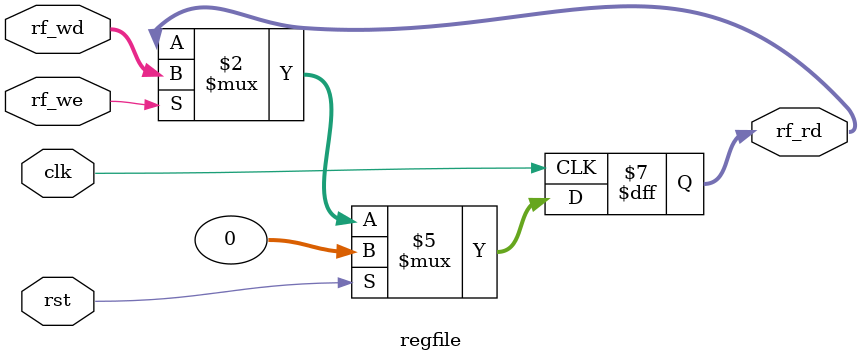
<source format=v>
`timescale 1ns / 1ps


module regfile(
    input                   [ 0 : 0]        clk,
    input                   [ 0 : 0]        rst,
    input                   [ 0 : 0]        rf_we,//Ð´Ê¹ÄÜ
    input                   [31 : 0]        rf_wd,//Ð´Êý¾Ý
    output        reg       [31 : 0]        rf_rd
);

    always @(posedge clk) begin
        if(rst) rf_rd <= 32'd0;
        else if(rf_we) rf_rd <= rf_wd;
    end
    
endmodule

</source>
